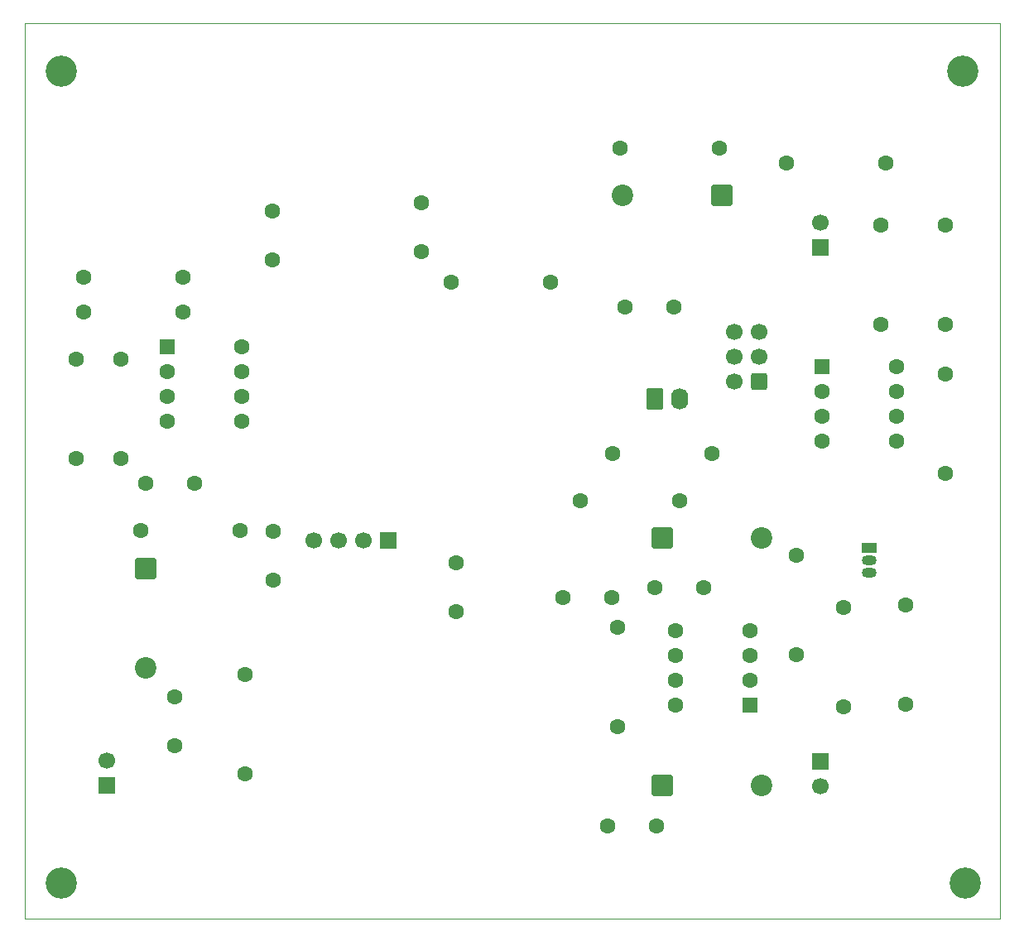
<source format=gbs>
G04 #@! TF.GenerationSoftware,KiCad,Pcbnew,9.0.4*
G04 #@! TF.CreationDate,2025-10-16T18:07:27-05:00*
G04 #@! TF.ProjectId,ece_445_low_power,6563655f-3434-4355-9f6c-6f775f706f77,rev?*
G04 #@! TF.SameCoordinates,Original*
G04 #@! TF.FileFunction,Soldermask,Bot*
G04 #@! TF.FilePolarity,Negative*
%FSLAX46Y46*%
G04 Gerber Fmt 4.6, Leading zero omitted, Abs format (unit mm)*
G04 Created by KiCad (PCBNEW 9.0.4) date 2025-10-16 18:07:27*
%MOMM*%
%LPD*%
G01*
G04 APERTURE LIST*
G04 Aperture macros list*
%AMRoundRect*
0 Rectangle with rounded corners*
0 $1 Rounding radius*
0 $2 $3 $4 $5 $6 $7 $8 $9 X,Y pos of 4 corners*
0 Add a 4 corners polygon primitive as box body*
4,1,4,$2,$3,$4,$5,$6,$7,$8,$9,$2,$3,0*
0 Add four circle primitives for the rounded corners*
1,1,$1+$1,$2,$3*
1,1,$1+$1,$4,$5*
1,1,$1+$1,$6,$7*
1,1,$1+$1,$8,$9*
0 Add four rect primitives between the rounded corners*
20,1,$1+$1,$2,$3,$4,$5,0*
20,1,$1+$1,$4,$5,$6,$7,0*
20,1,$1+$1,$6,$7,$8,$9,0*
20,1,$1+$1,$8,$9,$2,$3,0*%
G04 Aperture macros list end*
%ADD10C,1.600000*%
%ADD11C,3.200000*%
%ADD12R,1.700000X1.700000*%
%ADD13C,1.700000*%
%ADD14RoundRect,0.250000X-0.550000X-0.550000X0.550000X-0.550000X0.550000X0.550000X-0.550000X0.550000X0*%
%ADD15R,1.500000X1.050000*%
%ADD16O,1.500000X1.050000*%
%ADD17RoundRect,0.250000X-0.620000X-0.845000X0.620000X-0.845000X0.620000X0.845000X-0.620000X0.845000X0*%
%ADD18O,1.740000X2.190000*%
%ADD19RoundRect,0.249999X0.850001X0.850001X-0.850001X0.850001X-0.850001X-0.850001X0.850001X-0.850001X0*%
%ADD20C,2.200000*%
%ADD21RoundRect,0.249999X-0.850001X-0.850001X0.850001X-0.850001X0.850001X0.850001X-0.850001X0.850001X0*%
%ADD22RoundRect,0.250000X0.550000X0.550000X-0.550000X0.550000X-0.550000X-0.550000X0.550000X-0.550000X0*%
%ADD23RoundRect,0.250000X0.600000X0.600000X-0.600000X0.600000X-0.600000X-0.600000X0.600000X-0.600000X0*%
%ADD24RoundRect,0.249999X-0.850001X0.850001X-0.850001X-0.850001X0.850001X-0.850001X0.850001X0.850001X0*%
G04 #@! TA.AperFunction,Profile*
%ADD25C,0.050000*%
G04 #@! TD*
G04 APERTURE END LIST*
D10*
X157734000Y-98258000D03*
X157734000Y-93258000D03*
X191516000Y-52324000D03*
X201676000Y-52324000D03*
X201168000Y-68834000D03*
X201168000Y-58674000D03*
X184658000Y-50800000D03*
X174498000Y-50800000D03*
X207772000Y-68834000D03*
X207772000Y-58674000D03*
X207772000Y-84074000D03*
X207772000Y-73914000D03*
X203708000Y-107696000D03*
X203708000Y-97536000D03*
X197358000Y-97790000D03*
X197358000Y-107950000D03*
X192532000Y-92456000D03*
X192532000Y-102616000D03*
X157226000Y-64516000D03*
X167386000Y-64516000D03*
X173752000Y-82042000D03*
X183912000Y-82042000D03*
X119634000Y-64008000D03*
X129794000Y-64008000D03*
X129794000Y-67564000D03*
X119634000Y-67564000D03*
X118872000Y-82550000D03*
X118872000Y-72390000D03*
X123444000Y-72390000D03*
X123444000Y-82550000D03*
X125476000Y-89916000D03*
X135636000Y-89916000D03*
X136144000Y-104648000D03*
X136144000Y-114808000D03*
X178094000Y-95758000D03*
X183094000Y-95758000D03*
X173696000Y-96774000D03*
X168696000Y-96774000D03*
X180046000Y-67056000D03*
X175046000Y-67056000D03*
X178268000Y-120142000D03*
X173268000Y-120142000D03*
X154178000Y-61428000D03*
X154178000Y-56428000D03*
X138938000Y-62230000D03*
X138938000Y-57230000D03*
X139000000Y-95037500D03*
X139000000Y-90037500D03*
X126024000Y-85090000D03*
X131024000Y-85090000D03*
X129000000Y-112000000D03*
X129000000Y-107000000D03*
D11*
X209550000Y-42926000D03*
X209804000Y-125984000D03*
X117348000Y-42926000D03*
X117348000Y-125984000D03*
D12*
X122000000Y-116000000D03*
D13*
X122000000Y-113460000D03*
D12*
X150810000Y-91000000D03*
D13*
X148270000Y-91000000D03*
X145730000Y-91000000D03*
X143190000Y-91000000D03*
D14*
X128195000Y-71190000D03*
D10*
X128195000Y-73730000D03*
X128195000Y-76270000D03*
X128195000Y-78810000D03*
X135815000Y-78810000D03*
X135815000Y-76270000D03*
X135815000Y-73730000D03*
X135815000Y-71190000D03*
D14*
X195195000Y-73190000D03*
D10*
X195195000Y-75730000D03*
X195195000Y-78270000D03*
X195195000Y-80810000D03*
X202815000Y-80810000D03*
X202815000Y-78270000D03*
X202815000Y-75730000D03*
X202815000Y-73190000D03*
D15*
X200000000Y-91730000D03*
D16*
X200000000Y-93000000D03*
X200000000Y-94270000D03*
D12*
X195000000Y-61000000D03*
D13*
X195000000Y-58460000D03*
D17*
X178054000Y-76454000D03*
D18*
X180594000Y-76454000D03*
D19*
X184912000Y-55626000D03*
D20*
X174752000Y-55626000D03*
D21*
X178840000Y-116000000D03*
D20*
X189000000Y-116000000D03*
D22*
X187805000Y-107810000D03*
D10*
X187805000Y-105270000D03*
X187805000Y-102730000D03*
X187805000Y-100190000D03*
X180185000Y-100190000D03*
X180185000Y-102730000D03*
X180185000Y-105270000D03*
X180185000Y-107810000D03*
D23*
X188722000Y-74676000D03*
D13*
X186182000Y-74676000D03*
X188722000Y-72136000D03*
X186182000Y-72136000D03*
X188722000Y-69596000D03*
X186182000Y-69596000D03*
D12*
X195000000Y-113533000D03*
D13*
X195000000Y-116073000D03*
D24*
X126000000Y-93840000D03*
D20*
X126000000Y-104000000D03*
D21*
X178816000Y-90678000D03*
D20*
X188976000Y-90678000D03*
D10*
X174244000Y-109982000D03*
X174244000Y-99822000D03*
X170450000Y-86868000D03*
X180610000Y-86868000D03*
D25*
X113614000Y-38011000D02*
X213360000Y-38011000D01*
X213360000Y-129629000D01*
X113614000Y-129629000D01*
X113614000Y-38011000D01*
M02*

</source>
